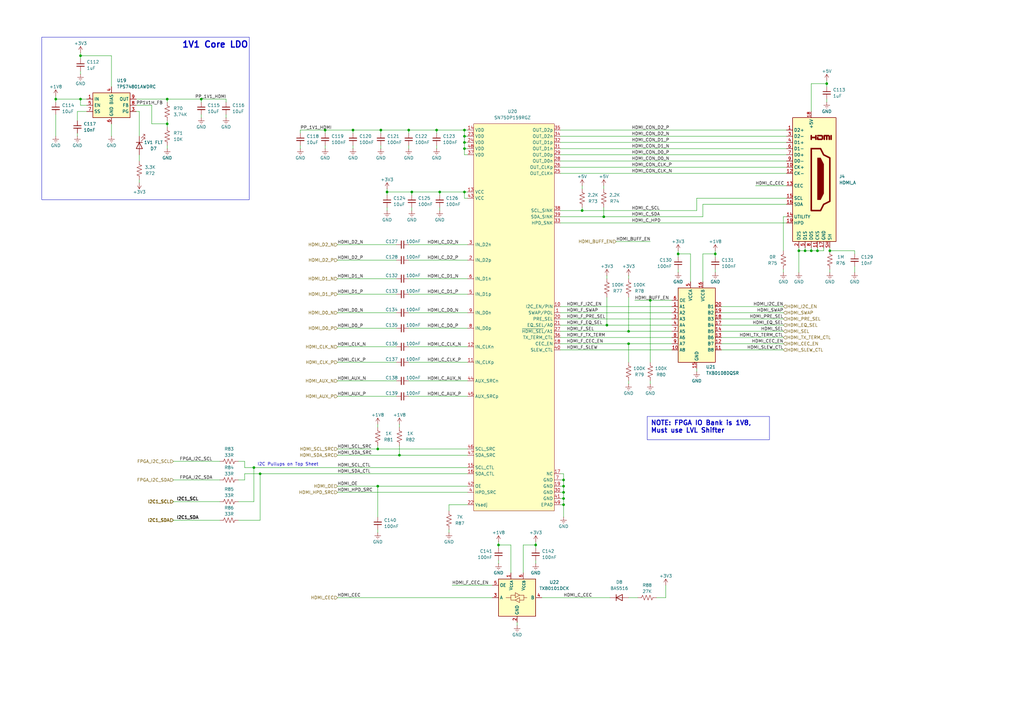
<source format=kicad_sch>
(kicad_sch (version 20231120) (generator "eeschema") (generator_version "8.0")
  (paper "A3")
  (title_block (title "HDMI Output Connector") (date "2024-07-14") (rev "1.0") (company "Drexel University") (comment 1 "Designed by John Hofmeyr"))
  (junction (at 330.2 102.87))
  (junction (at 82.55 40.64))
  (junction (at 335.28 102.87))
  (junction (at 106.68 194.31))
  (junction (at 293.37 104.14))
  (junction (at 33.02 22.86))
  (junction (at 332.74 102.87))
  (junction (at 266.7 123.19))
  (junction (at 168.91 78.74))
  (junction (at 340.36 102.87))
  (junction (at 33.02 40.64))
  (junction (at 231.14 196.85))
  (junction (at 158.75 78.74))
  (junction (at 167.64 53.34))
  (junction (at 231.14 204.47))
  (junction (at 144.78 53.34))
  (junction (at 190.5 78.74))
  (junction (at 154.94 199.39))
  (junction (at 339.09 34.29))
  (junction (at 163.83 186.69))
  (junction (at 190.5 53.34))
  (junction (at 68.58 50.8))
  (junction (at 190.5 55.88))
  (junction (at 190.5 60.96))
  (junction (at 133.35 53.34))
  (junction (at 257.81 140.97))
  (junction (at 154.94 184.15))
  (junction (at 156.21 53.34))
  (junction (at 231.14 207.01))
  (junction (at 68.58 40.64))
  (junction (at 231.14 201.93))
  (junction (at 231.14 199.39))
  (junction (at 104.14 191.77))
  (junction (at 257.81 135.89))
  (junction (at 219.71 223.52))
  (junction (at 278.13 104.14))
  (junction (at 190.5 58.42))
  (junction (at 179.07 53.34))
  (junction (at 180.34 78.74))
  (junction (at 247.65 88.9))
  (junction (at 327.66 102.87))
  (junction (at 238.76 86.36))
  (junction (at 204.47 223.52))
  (junction (at 248.92 133.35))
  (junction (at 22.86 40.64))
  (wire (pts (xy 231.14 201.93) (xy 231.14 204.47)))
  (wire (pts (xy 33.02 29.21) (xy 33.02 30.48)))
  (wire (pts (xy 204.47 222.25) (xy 204.47 223.52)))
  (wire (pts (xy 293.37 110.49) (xy 293.37 111.76)))
  (wire (pts (xy 340.36 101.6) (xy 340.36 102.87)))
  (wire (pts (xy 212.09 255.27) (xy 212.09 256.54)))
  (wire (pts (xy 229.87 130.81) (xy 275.59 130.81)))
  (wire (pts (xy 97.79 205.74) (xy 104.14 205.74)))
  (wire (pts (xy 68.58 59.69) (xy 68.58 60.96)))
  (wire (pts (xy 257.81 135.89) (xy 275.59 135.89)))
  (wire (pts (xy 33.02 43.18) (xy 33.02 40.64)))
  (wire (pts (xy 327.66 101.6) (xy 327.66 102.87)))
  (wire (pts (xy 167.64 53.34) (xy 179.07 53.34)))
  (wire (pts (xy 154.94 217.17) (xy 154.94 218.44)))
  (wire (pts (xy 133.35 54.61) (xy 133.35 53.34)))
  (wire (pts (xy 229.87 53.34) (xy 322.58 53.34)))
  (wire (pts (xy 33.02 21.59) (xy 33.02 22.86)))
  (wire (pts (xy 238.76 85.09) (xy 238.76 86.36)))
  (wire (pts (xy 33.02 40.64) (xy 35.56 40.64)))
  (wire (pts (xy 278.13 102.87) (xy 278.13 104.14)))
  (wire (pts (xy 106.68 213.36) (xy 106.68 194.31)))
  (wire (pts (xy 163.83 186.69) (xy 191.77 186.69)))
  (wire (pts (xy 138.43 106.68) (xy 162.56 106.68)))
  (wire (pts (xy 293.37 104.14) (xy 293.37 105.41)))
  (wire (pts (xy 330.2 102.87) (xy 332.74 102.87)))
  (wire (pts (xy 309.88 76.2) (xy 322.58 76.2)))
  (wire (pts (xy 229.87 88.9) (xy 247.65 88.9)))
  (wire (pts (xy 248.92 121.92) (xy 248.92 133.35)))
  (wire (pts (xy 222.25 245.11) (xy 250.19 245.11)))
  (wire (pts (xy 138.43 186.69) (xy 163.83 186.69)))
  (wire (pts (xy 278.13 105.41) (xy 278.13 104.14)))
  (wire (pts (xy 229.87 55.88) (xy 322.58 55.88)))
  (wire (pts (xy 229.87 60.96) (xy 322.58 60.96)))
  (wire (pts (xy 138.43 142.24) (xy 162.56 142.24)))
  (wire (pts (xy 45.72 50.8) (xy 45.72 55.88)))
  (wire (pts (xy 257.81 156.21) (xy 257.81 157.48)))
  (wire (pts (xy 97.79 213.36) (xy 106.68 213.36)))
  (wire (pts (xy 184.15 207.01) (xy 184.15 209.55)))
  (wire (pts (xy 190.5 60.96) (xy 191.77 60.96)))
  (wire (pts (xy 231.14 194.31) (xy 231.14 196.85)))
  (wire (pts (xy 92.71 40.64) (xy 92.71 41.91)))
  (wire (pts (xy 168.91 78.74) (xy 180.34 78.74)))
  (wire (pts (xy 266.7 123.19) (xy 266.7 148.59)))
  (wire (pts (xy 154.94 184.15) (xy 191.77 184.15)))
  (wire (pts (xy 190.5 63.5) (xy 191.77 63.5)))
  (wire (pts (xy 31.75 45.72) (xy 31.75 49.53)))
  (wire (pts (xy 57.15 55.88) (xy 57.15 45.72)))
  (wire (pts (xy 285.75 151.13) (xy 285.75 152.4)))
  (wire (pts (xy 229.87 143.51) (xy 275.59 143.51)))
  (wire (pts (xy 229.87 68.58) (xy 322.58 68.58)))
  (wire (pts (xy 100.33 196.85) (xy 100.33 194.31)))
  (wire (pts (xy 123.19 59.69) (xy 123.19 60.96)))
  (wire (pts (xy 214.63 223.52) (xy 219.71 223.52)))
  (wire (pts (xy 92.71 46.99) (xy 92.71 48.26)))
  (wire (pts (xy 154.94 199.39) (xy 154.94 212.09)))
  (wire (pts (xy 231.14 204.47) (xy 231.14 207.01)))
  (wire (pts (xy 295.91 143.51) (xy 321.31 143.51)))
  (wire (pts (xy 179.07 54.61) (xy 179.07 53.34)))
  (wire (pts (xy 335.28 102.87) (xy 337.82 102.87)))
  (wire (pts (xy 190.5 53.34) (xy 191.77 53.34)))
  (wire (pts (xy 167.64 134.62) (xy 191.77 134.62)))
  (wire (pts (xy 35.56 43.18) (xy 33.02 43.18)))
  (wire (pts (xy 229.87 71.12) (xy 322.58 71.12)))
  (wire (pts (xy 321.31 88.9) (xy 321.31 102.87)))
  (wire (pts (xy 71.12 205.74) (xy 90.17 205.74)))
  (wire (pts (xy 158.75 78.74) (xy 168.91 78.74)))
  (wire (pts (xy 231.14 196.85) (xy 229.87 196.85)))
  (wire (pts (xy 266.7 123.19) (xy 275.59 123.19)))
  (wire (pts (xy 31.75 54.61) (xy 31.75 55.88)))
  (wire (pts (xy 327.66 102.87) (xy 330.2 102.87)))
  (wire (pts (xy 288.29 104.14) (xy 293.37 104.14)))
  (wire (pts (xy 229.87 135.89) (xy 257.81 135.89)))
  (wire (pts (xy 295.91 133.35) (xy 321.31 133.35)))
  (wire (pts (xy 229.87 63.5) (xy 322.58 63.5)))
  (wire (pts (xy 247.65 85.09) (xy 247.65 88.9)))
  (wire (pts (xy 35.56 45.72) (xy 31.75 45.72)))
  (wire (pts (xy 68.58 40.64) (xy 82.55 40.64)))
  (wire (pts (xy 82.55 40.64) (xy 82.55 41.91)))
  (wire (pts (xy 138.43 100.33) (xy 162.56 100.33)))
  (wire (pts (xy 231.14 199.39) (xy 229.87 199.39)))
  (wire (pts (xy 238.76 86.36) (xy 285.75 86.36)))
  (wire (pts (xy 190.5 78.74) (xy 190.5 81.28)))
  (wire (pts (xy 179.07 53.34) (xy 190.5 53.34)))
  (wire (pts (xy 229.87 125.73) (xy 275.59 125.73)))
  (wire (pts (xy 327.66 102.87) (xy 327.66 111.76)))
  (wire (pts (xy 138.43 184.15) (xy 154.94 184.15)))
  (wire (pts (xy 138.43 134.62) (xy 162.56 134.62)))
  (wire (pts (xy 144.78 53.34) (xy 156.21 53.34)))
  (wire (pts (xy 332.74 101.6) (xy 332.74 102.87)))
  (wire (pts (xy 295.91 128.27) (xy 321.31 128.27)))
  (wire (pts (xy 138.43 162.56) (xy 162.56 162.56)))
  (wire (pts (xy 154.94 199.39) (xy 191.77 199.39)))
  (wire (pts (xy 231.14 199.39) (xy 231.14 201.93)))
  (wire (pts (xy 22.86 39.37) (xy 22.86 40.64)))
  (wire (pts (xy 204.47 223.52) (xy 209.55 223.52)))
  (wire (pts (xy 295.91 130.81) (xy 321.31 130.81)))
  (wire (pts (xy 273.05 240.03) (xy 273.05 245.11)))
  (wire (pts (xy 106.68 194.31) (xy 191.77 194.31)))
  (wire (pts (xy 156.21 59.69) (xy 156.21 60.96)))
  (wire (pts (xy 123.19 53.34) (xy 133.35 53.34)))
  (wire (pts (xy 156.21 54.61) (xy 156.21 53.34)))
  (wire (pts (xy 167.64 59.69) (xy 167.64 60.96)))
  (wire (pts (xy 138.43 128.27) (xy 162.56 128.27)))
  (wire (pts (xy 288.29 83.82) (xy 322.58 83.82)))
  (wire (pts (xy 278.13 110.49) (xy 278.13 111.76)))
  (wire (pts (xy 229.87 138.43) (xy 275.59 138.43)))
  (wire (pts (xy 163.83 173.99) (xy 163.83 175.26)))
  (wire (pts (xy 167.64 128.27) (xy 191.77 128.27)))
  (wire (pts (xy 257.81 121.92) (xy 257.81 135.89)))
  (wire (pts (xy 247.65 76.2) (xy 247.65 77.47)))
  (wire (pts (xy 229.87 91.44) (xy 322.58 91.44)))
  (wire (pts (xy 229.87 140.97) (xy 257.81 140.97)))
  (wire (pts (xy 22.86 40.64) (xy 22.86 41.91)))
  (wire (pts (xy 179.07 59.69) (xy 179.07 60.96)))
  (wire (pts (xy 190.5 60.96) (xy 190.5 63.5)))
  (wire (pts (xy 229.87 66.04) (xy 322.58 66.04)))
  (wire (pts (xy 231.14 201.93) (xy 229.87 201.93)))
  (wire (pts (xy 269.24 245.11) (xy 273.05 245.11)))
  (wire (pts (xy 257.81 140.97) (xy 275.59 140.97)))
  (wire (pts (xy 190.5 58.42) (xy 191.77 58.42)))
  (wire (pts (xy 168.91 78.74) (xy 168.91 80.01)))
  (wire (pts (xy 295.91 135.89) (xy 321.31 135.89)))
  (wire (pts (xy 209.55 223.52) (xy 209.55 234.95)))
  (wire (pts (xy 45.72 22.86) (xy 45.72 35.56)))
  (wire (pts (xy 158.75 77.47) (xy 158.75 78.74)))
  (wire (pts (xy 180.34 85.09) (xy 180.34 86.36)))
  (wire (pts (xy 248.92 113.03) (xy 248.92 114.3)))
  (wire (pts (xy 133.35 53.34) (xy 144.78 53.34)))
  (wire (pts (xy 68.58 50.8) (xy 68.58 52.07)))
  (wire (pts (xy 68.58 49.53) (xy 68.58 50.8)))
  (wire (pts (xy 185.42 240.03) (xy 201.93 240.03)))
  (wire (pts (xy 168.91 85.09) (xy 168.91 86.36)))
  (wire (pts (xy 71.12 213.36) (xy 90.17 213.36)))
  (wire (pts (xy 57.15 66.04) (xy 57.15 63.5)))
  (wire (pts (xy 22.86 46.99) (xy 22.86 55.88)))
  (wire (pts (xy 248.92 133.35) (xy 275.59 133.35)))
  (wire (pts (xy 322.58 88.9) (xy 321.31 88.9)))
  (wire (pts (xy 339.09 34.29) (xy 339.09 35.56)))
  (wire (pts (xy 285.75 81.28) (xy 322.58 81.28)))
  (wire (pts (xy 180.34 78.74) (xy 180.34 80.01)))
  (wire (pts (xy 257.81 113.03) (xy 257.81 114.3)))
  (wire (pts (xy 340.36 110.49) (xy 340.36 111.76)))
  (wire (pts (xy 231.14 194.31) (xy 229.87 194.31)))
  (wire (pts (xy 266.7 156.21) (xy 266.7 157.48)))
  (wire (pts (xy 167.64 142.24) (xy 191.77 142.24)))
  (wire (pts (xy 339.09 41.91) (xy 339.09 40.64)))
  (wire (pts (xy 62.23 43.18) (xy 62.23 50.8)))
  (wire (pts (xy 229.87 58.42) (xy 322.58 58.42)))
  (wire (pts (xy 55.88 40.64) (xy 68.58 40.64)))
  (wire (pts (xy 261.62 245.11) (xy 257.81 245.11)))
  (wire (pts (xy 158.75 85.09) (xy 158.75 86.36)))
  (wire (pts (xy 100.33 194.31) (xy 106.68 194.31)))
  (wire (pts (xy 285.75 86.36) (xy 285.75 81.28)))
  (wire (pts (xy 238.76 76.2) (xy 238.76 77.47)))
  (wire (pts (xy 138.43 148.59) (xy 162.56 148.59)))
  (wire (pts (xy 97.79 196.85) (xy 100.33 196.85)))
  (wire (pts (xy 330.2 101.6) (xy 330.2 102.87)))
  (wire (pts (xy 62.23 50.8) (xy 68.58 50.8)))
  (wire (pts (xy 57.15 73.66) (xy 57.15 74.93)))
  (wire (pts (xy 82.55 46.99) (xy 82.55 48.26)))
  (wire (pts (xy 100.33 191.77) (xy 104.14 191.77)))
  (wire (pts (xy 191.77 207.01) (xy 184.15 207.01)))
  (wire (pts (xy 167.64 54.61) (xy 167.64 53.34)))
  (wire (pts (xy 252.73 99.06) (xy 266.7 99.06)))
  (wire (pts (xy 190.5 55.88) (xy 191.77 55.88)))
  (wire (pts (xy 332.74 34.29) (xy 339.09 34.29)))
  (wire (pts (xy 138.43 156.21) (xy 162.56 156.21)))
  (wire (pts (xy 295.91 138.43) (xy 321.31 138.43)))
  (wire (pts (xy 278.13 104.14) (xy 283.21 104.14)))
  (wire (pts (xy 138.43 120.65) (xy 162.56 120.65)))
  (wire (pts (xy 257.81 140.97) (xy 257.81 148.59)))
  (wire (pts (xy 335.28 101.6) (xy 335.28 102.87)))
  (wire (pts (xy 260.35 123.19) (xy 266.7 123.19)))
  (wire (pts (xy 321.31 110.49) (xy 321.31 111.76)))
  (wire (pts (xy 55.88 43.18) (xy 62.23 43.18)))
  (wire (pts (xy 68.58 40.64) (xy 68.58 41.91)))
  (wire (pts (xy 167.64 120.65) (xy 191.77 120.65)))
  (wire (pts (xy 144.78 59.69) (xy 144.78 60.96)))
  (wire (pts (xy 190.5 81.28) (xy 191.77 81.28)))
  (wire (pts (xy 184.15 217.17) (xy 184.15 218.44)))
  (wire (pts (xy 138.43 199.39) (xy 154.94 199.39)))
  (wire (pts (xy 154.94 182.88) (xy 154.94 184.15)))
  (wire (pts (xy 104.14 205.74) (xy 104.14 191.77)))
  (wire (pts (xy 231.14 204.47) (xy 229.87 204.47)))
  (wire (pts (xy 163.83 182.88) (xy 163.83 186.69)))
  (wire (pts (xy 332.74 102.87) (xy 335.28 102.87)))
  (wire (pts (xy 158.75 78.74) (xy 158.75 80.01)))
  (wire (pts (xy 22.86 40.64) (xy 33.02 40.64)))
  (wire (pts (xy 283.21 104.14) (xy 283.21 115.57)))
  (wire (pts (xy 104.14 191.77) (xy 191.77 191.77)))
  (wire (pts (xy 332.74 45.72) (xy 332.74 34.29)))
  (wire (pts (xy 144.78 54.61) (xy 144.78 53.34)))
  (wire (pts (xy 190.5 78.74) (xy 191.77 78.74)))
  (wire (pts (xy 204.47 229.87) (xy 204.47 231.14)))
  (wire (pts (xy 82.55 40.64) (xy 92.71 40.64)))
  (wire (pts (xy 190.5 55.88) (xy 190.5 58.42)))
  (wire (pts (xy 219.71 223.52) (xy 219.71 224.79)))
  (wire (pts (xy 100.33 189.23) (xy 100.33 191.77)))
  (wire (pts (xy 190.5 58.42) (xy 190.5 60.96)))
  (wire (pts (xy 288.29 88.9) (xy 288.29 83.82)))
  (wire (pts (xy 167.64 100.33) (xy 191.77 100.33)))
  (wire (pts (xy 295.91 140.97) (xy 321.31 140.97)))
  (wire (pts (xy 138.43 245.11) (xy 201.93 245.11)))
  (wire (pts (xy 229.87 86.36) (xy 238.76 86.36)))
  (wire (pts (xy 57.15 45.72) (xy 55.88 45.72)))
  (wire (pts (xy 231.14 196.85) (xy 231.14 199.39)))
  (wire (pts (xy 350.52 109.22) (xy 350.52 111.76)))
  (wire (pts (xy 123.19 54.61) (xy 123.19 53.34)))
  (wire (pts (xy 339.09 33.02) (xy 339.09 34.29)))
  (wire (pts (xy 138.43 114.3) (xy 162.56 114.3)))
  (wire (pts (xy 288.29 115.57) (xy 288.29 104.14)))
  (wire (pts (xy 219.71 222.25) (xy 219.71 223.52)))
  (wire (pts (xy 167.64 156.21) (xy 191.77 156.21)))
  (wire (pts (xy 167.64 106.68) (xy 191.77 106.68)))
  (wire (pts (xy 231.14 207.01) (xy 231.14 212.09)))
  (wire (pts (xy 167.64 114.3) (xy 191.77 114.3)))
  (wire (pts (xy 71.12 189.23) (xy 90.17 189.23)))
  (wire (pts (xy 97.79 189.23) (xy 100.33 189.23)))
  (wire (pts (xy 180.34 78.74) (xy 190.5 78.74)))
  (wire (pts (xy 154.94 173.99) (xy 154.94 175.26)))
  (wire (pts (xy 295.91 125.73) (xy 321.31 125.73)))
  (wire (pts (xy 293.37 102.87) (xy 293.37 104.14)))
  (wire (pts (xy 229.87 128.27) (xy 275.59 128.27)))
  (wire (pts (xy 33.02 22.86) (xy 45.72 22.86)))
  (wire (pts (xy 219.71 229.87) (xy 219.71 231.14)))
  (wire (pts (xy 337.82 101.6) (xy 337.82 102.87)))
  (wire (pts (xy 71.12 196.85) (xy 90.17 196.85)))
  (wire (pts (xy 204.47 224.79) (xy 204.47 223.52)))
  (wire (pts (xy 133.35 59.69) (xy 133.35 60.96)))
  (wire (pts (xy 33.02 22.86) (xy 33.02 24.13)))
  (wire (pts (xy 231.14 207.01) (xy 229.87 207.01)))
  (wire (pts (xy 350.52 104.14) (xy 350.52 102.87)))
  (wire (pts (xy 214.63 234.95) (xy 214.63 223.52)))
  (wire (pts (xy 247.65 88.9) (xy 288.29 88.9)))
  (wire (pts (xy 167.64 148.59) (xy 191.77 148.59)))
  (wire (pts (xy 138.43 201.93) (xy 191.77 201.93)))
  (wire (pts (xy 156.21 53.34) (xy 167.64 53.34)))
  (wire (pts (xy 190.5 53.34) (xy 190.5 55.88)))
  (wire (pts (xy 350.52 102.87) (xy 340.36 102.87)))
  (wire (pts (xy 229.87 133.35) (xy 248.92 133.35)))
  (wire (pts (xy 167.64 162.56) (xy 191.77 162.56)))
  (rectangle (start 17.145 15.24) (end 102.235 81.915))
  (text_box "NOTE: FPGA IO Bank is 1V8, Must use LVL Shifter" (at 265.43 170.815 0) (size 50.165 9.525) (effects (font (size 1.905 1.905) (bold yes)) (justify left top)))
  (text "1V1 Core LDO" (at 88.265 18.415 0) (effects (font (size 2.54 2.54) (thickness 0.508) (bold yes))))
  (text "I2C Pullups on Top Sheet" (at 118.11 190.5 0) (effects (font (size 1.27 1.27))))
  (label "HDMI_CON_D1_P" (at 259.08 58.42 0))
  (label "HDMI_SCL_SRC" (at 138.43 184.15 0))
  (label "HDMI_F_PRE_SEL" (at 232.41 130.81 0))
  (label "HDMI_CON_D0_P" (at 259.08 63.5 0))
  (label "HDMI_PRE_SEL" (at 321.31 130.81 180))
  (label "HDMI_C_AUX_P" (at 175.26 162.56 0))
  (label "FPGA_I2C_SCL" (at 73.66 189.23 0))
  (label "HDMI_SCL_CTL" (at 138.43 191.77 0))
  (label "HDMI_BUFF_EN" (at 260.35 123.19 0))
  (label "HDMI_TX_TERM_CTL" (at 321.31 138.43 180))
  (label "HDMI_C_CLK_P" (at 175.26 148.59 0))
  (label "HDMI_CEC_EN" (at 321.31 140.97 180))
  (label "PP_1V1_HDMI" (at 80.01 40.64 0))
  (label "HDMI_CLK_P" (at 138.43 148.59 0))
  (label "HDMI_F_SEL" (at 232.41 135.89 0))
  (label "HDMI_C_SDA" (at 259.08 88.9 0))
  (label "HDMI_C_CEC" (at 231.14 245.11 0))
  (label "HDMI_SDA_SRC" (at 138.43 186.69 0))
  (label "HDMI_F_CEC_EN" (at 185.42 240.03 0))
  (label "HDMI_F_SWAP" (at 232.41 128.27 0))
  (label "HDMI_AUX_N" (at 138.43 156.21 0))
  (label "HDMI_D1_P" (at 138.43 120.65 0))
  (label "HDMI_OE" (at 138.43 199.39 0))
  (label "HDMI_AUX_P" (at 138.43 162.56 0))
  (label "HDMI_F_I2C_EN" (at 232.41 125.73 0))
  (label "HDMI_D0_N" (at 138.43 128.27 0))
  (label "PP_1V1_HDMI" (at 123.19 53.34 0))
  (label "HDMI_SWAP" (at 321.31 128.27 180))
  (label "PP1V1H_FB" (at 55.88 43.18 0))
  (label "HDMI_SLEW_CTL" (at 321.31 143.51 180))
  (label "HDMI_HPD_SRC" (at 138.43 201.93 0))
  (label "HDMI_BUFF_EN" (at 252.73 99.06 0))
  (label "HDMI_CLK_N" (at 138.43 142.24 0))
  (label "FPGA_I2C_SDA" (at 73.66 196.85 0))
  (label "HDMI_D0_P" (at 138.43 134.62 0))
  (label "HDMI_C_D2_N" (at 175.26 100.33 0))
  (label "HDMI_D1_N" (at 138.43 114.3 0))
  (label "HDMI_CON_D0_N" (at 259.08 66.04 0))
  (label "HDMI_CON_D1_N" (at 259.08 60.96 0))
  (label "HDMI_F_CEC_EN" (at 232.41 140.97 0))
  (label "HDMI_F_SLEW" (at 232.41 143.51 0))
  (label "HDMI_CON_D2_P" (at 259.08 53.34 0))
  (label "I2C1_SDA" (at 72.39 213.36 0) (effects (font (bold yes))))
  (label "HDMI_C_HPD" (at 259.08 91.44 0))
  (label "HDMI_SEL" (at 321.31 135.89 180))
  (label "HDMI_EQ_SEL" (at 321.31 133.35 180))
  (label "HDMI_CON_CLK_P" (at 259.08 68.58 0))
  (label "HDMI_C_D1_N" (at 175.26 114.3 0))
  (label "HDMI_D2_N" (at 138.43 100.33 0))
  (label "HDMI_C_CEC" (at 309.88 76.2 0))
  (label "HDMI_CON_D2_N" (at 259.08 55.88 0))
  (label "HDMI_F_TX_TERM" (at 232.41 138.43 0))
  (label "HDMI_I2C_EN" (at 321.31 125.73 180))
  (label "HDMI_CEC" (at 138.43 245.11 0))
  (label "HDMI_C_SCL" (at 259.08 86.36 0))
  (label "HDMI_C_D2_P" (at 175.26 106.68 0))
  (label "HDMI_C_D0_N" (at 175.26 128.27 0))
  (label "HDMI_SDA_CTL" (at 138.43 194.31 0))
  (label "HDMI_C_D1_P" (at 175.26 120.65 0))
  (label "HDMI_CON_CLK_N" (at 259.08 71.12 0))
  (label "HDMI_D2_P" (at 138.43 106.68 0))
  (label "HDMI_F_EQ_SEL" (at 232.41 133.35 0))
  (label "HDMI_C_AUX_N" (at 175.26 156.21 0))
  (label "I2C1_SCL" (at 72.39 205.74 0) (effects (font (bold yes))))
  (label "HDMI_C_D0_P" (at 175.26 134.62 0))
  (label "HDMI_C_CLK_N" (at 175.26 142.24 0))
  (hierarchical_label "HDMI_SDA_SRC" (shape input) (at 138.43 186.69 180))
  (hierarchical_label "HDMI_OE" (shape input) (at 138.43 199.39 180))
  (hierarchical_label "HDMI_AUX_P" (shape input) (at 138.43 162.56 180))
  (hierarchical_label "HDMI_CLK_N" (shape input) (at 138.43 142.24 180))
  (hierarchical_label "HDMI_AUX_N" (shape input) (at 138.43 156.21 180))
  (hierarchical_label "HDMI_SEL" (shape input) (at 321.31 135.89 0))
  (hierarchical_label "HDMI_CLK_P" (shape input) (at 138.43 148.59 180))
  (hierarchical_label "HDMI_HPD_SRC" (shape input) (at 138.43 201.93 180))
  (hierarchical_label "HDMI_D1_P" (shape input) (at 138.43 120.65 180))
  (hierarchical_label "HDMI_D0_N" (shape input) (at 138.43 128.27 180))
  (hierarchical_label "HDMI_D1_N" (shape input) (at 138.43 114.3 180))
  (hierarchical_label "HDMI_SCL_SRC" (shape input) (at 138.43 184.15 180))
  (hierarchical_label "HDMI_BUFF_EN" (shape input) (at 252.73 99.06 180))
  (hierarchical_label "HDMI_D2_N" (shape input) (at 138.43 100.33 180))
  (hierarchical_label "I2C1_SDA" (shape input) (at 71.12 213.36 180) (effects (font (bold yes))))
  (hierarchical_label "HDMI_D0_P" (shape input) (at 138.43 134.62 180))
  (hierarchical_label "HDMI_EQ_SEL" (shape input) (at 321.31 133.35 0))
  (hierarchical_label "HDMI_CEC_EN" (shape input) (at 321.31 140.97 0))
  (hierarchical_label "HDMI_CEC" (shape input) (at 138.43 245.11 180))
  (hierarchical_label "HDMI_D2_P" (shape input) (at 138.43 106.68 180))
  (hierarchical_label "I2C1_SCL" (shape input) (at 71.12 205.74 180) (effects (font (bold yes))))
  (hierarchical_label "HDMI_SWAP" (shape input) (at 321.31 128.27 0))
  (hierarchical_label "FPGA_I2C_SDA" (shape input) (at 71.12 196.85 180))
  (hierarchical_label "HDMI_SLEW_CTL" (shape input) (at 321.31 143.51 0))
  (hierarchical_label "HDMI_PRE_SEL" (shape input) (at 321.31 130.81 0))
  (hierarchical_label "HDMI_I2C_EN" (shape input) (at 321.31 125.73 0))
  (hierarchical_label "FPGA_I2C_SCL" (shape input) (at 71.12 189.23 180))
  (hierarchical_label "HDMI_TX_TERM_CTL" (shape input) (at 321.31 138.43 0))
  (symbol (lib_id "Device:C_Small") (at 165.1 134.62 270) (unit 1)
    (property "Reference" "C135" (at 160.655 133.35 90))
    (property "Value" "100nF" (at 169.545 133.35 90))
    (property "Footprint" "Capacitor_SMD:C_0201_0603Metric" (effects (hide yes)))
    (property "Description" "Unpolarized capacitor, small symbol" (effects (hide yes)))
  )
  (symbol (lib_id "power:GND") (at 257.81 157.48 0) (unit 1)
    (property "Reference" "#PWR0244" (effects (hide yes)))
    (property "Value" "GND" (at 257.81 161.29 0))
    (property "Description" "Power symbol creates a global label with name \"GND\" , ground" (effects (hide yes)))
  )
  (symbol (lib_id "Device:C_Small") (at 165.1 128.27 270) (unit 1)
    (property "Reference" "C134" (at 160.655 127 90))
    (property "Value" "100nF" (at 169.545 127 90))
    (property "Footprint" "Capacitor_SMD:C_0201_0603Metric" (effects (hide yes)))
    (property "Description" "Unpolarized capacitor, small symbol" (effects (hide yes)))
  )
  (symbol (lib_id "Device:C_Small") (at 165.1 106.68 270) (unit 1)
    (property "Reference" "C128" (at 160.655 105.41 90))
    (property "Value" "100nF" (at 169.545 105.41 90))
    (property "Footprint" "Capacitor_SMD:C_0201_0603Metric" (effects (hide yes)))
    (property "Description" "Unpolarized capacitor, small symbol" (effects (hide yes)))
  )
  (symbol (lib_id "Device:R_US") (at 257.81 152.4 180) (unit 1)
    (property "Reference" "R79" (at 262.255 153.67 0))
    (property "Value" "100K" (at 262.255 151.13 0))
    (property "Footprint" "Resistor_SMD:R_0201_0603Metric" (effects (hide yes)))
    (property "Description" "Resistor, US symbol" (effects (hide yes)))
  )
  (symbol (lib_id "Device:C_Small") (at 165.1 114.3 270) (unit 1)
    (property "Reference" "C132" (at 160.655 113.03 90))
    (property "Value" "100nF" (at 169.545 113.03 90))
    (property "Footprint" "Capacitor_SMD:C_0201_0603Metric" (effects (hide yes)))
    (property "Description" "Unpolarized capacitor, small symbol" (effects (hide yes)))
  )
  (symbol (lib_id "Device:C_Small") (at 180.34 82.55 180) (unit 1)
    (property "Reference" "C126" (at 182.88 81.2735 0) (effects (justify right)))
    (property "Value" "100nF" (at 182.88 83.8135 0) (effects (justify right)))
    (property "Footprint" "Capacitor_SMD:C_0201_0603Metric" (effects (hide yes)))
    (property "Description" "Unpolarized capacitor, small symbol" (effects (hide yes)))
  )
  (symbol (lib_id "power:+1V8") (at 154.94 173.99 0) (unit 1)
    (property "Reference" "#PWR0246" (effects (hide yes)))
    (property "Value" "+1V8" (at 154.94 170.18 0))
    (property "Description" "Power symbol creates a global label with name \"+1V8\"" (effects (hide yes)))
  )
  (symbol (lib_id "IO_Module:SN75DP159") (at 194.31 53.34 0) (unit 1)
    (property "Reference" "U20" (at 210.185 45.72 0))
    (property "Value" "SN75DP159RGZ" (at 210.185 48.26 0))
    (property "Footprint" "Package_DFN_QFN:QFN-48-1EP_7x7mm_P0.5mm_EP5.1x5.1mm" (effects (hide yes)))
    (property "Datasheet" "https://www.ti.com/lit/ds/symlink/sn75dp159.pdf?ts=1721075788427&ref_url=https%253A%252F%252Fwww.ti.com%252Fproduct%252Fde-de%252FSN75DP159%253Fbm-verify%253DAAQAAAAJ_____zCXK5Zb-vCsO0Zzhc5WoqNTtyyn4a0KXuVEfWwssTNe1buxfS8Z_EvuX1SbIJLV187sWqzc77ZaD0TXLLr2LG0tUro6ksZb7LJv531g9fKMFlIi6_UlRs7K5fZFL7iaq0sFLvJi4AVmSDPfyffue9dD-_Hv_w3_OgxGJOtnMMTvuuwauNeSAgNnjT0pJhNR3wd7qfv6jPDAnTD7u6Fbf7z8uFXp8Eha_HLRuGbP6fzyQRylSuqacG_-EkI53DUyW-hypngzeB8HiF7rWVTg3QhHFK4P73KybWHn15LfCbNOL2lbwqED5YOroHDS" (effects (hide yes)))
  )
  (symbol (lib_id "Device:C_Small") (at 144.78 57.15 180) (unit 1)
    (property "Reference" "C120" (at 147.32 55.8735 0) (effects (justify right)))
    (property "Value" "100nF" (at 147.32 58.4135 0) (effects (justify right)))
    (property "Footprint" "Capacitor_SMD:C_0201_0603Metric" (effects (hide yes)))
    (property "Description" "Unpolarized capacitor, small symbol" (effects (hide yes)))
  )
  (symbol (lib_id "power:GND") (at 68.58 60.96 0) (unit 1)
    (property "Reference" "#PWR0219" (effects (hide yes)))
    (property "Value" "GND" (at 68.58 64.77 0))
    (property "Description" "Power symbol creates a global label with name \"GND\" , ground" (effects (hide yes)))
  )
  (symbol (lib_id "power:GND") (at 339.09 41.91 0) (unit 1)
    (property "Reference" "#PWR0213" (effects (hide yes)))
    (property "Value" "GND" (at 339.09 45.72 0))
    (property "Description" "Power symbol creates a global label with name \"GND\" , ground" (effects (hide yes)))
  )
  (symbol (lib_id "power:+5V") (at 339.09 33.02 0) (unit 1)
    (property "Reference" "#PWR0211" (effects (hide yes)))
    (property "Value" "+5V" (at 339.09 29.21 0))
    (property "Description" "Power symbol creates a global label with name \"+5V\"" (effects (hide yes)))
  )
  (symbol (lib_id "power:GND") (at 158.75 86.36 0) (unit 1)
    (property "Reference" "#PWR0230" (effects (hide yes)))
    (property "Value" "GND" (at 158.75 90.17 0))
    (property "Description" "Power symbol creates a global label with name \"GND\" , ground" (effects (hide yes)))
  )
  (symbol (lib_id "power:GND") (at 350.52 111.76 0) (unit 1)
    (property "Reference" "#PWR0240" (effects (hide yes)))
    (property "Value" "GND" (at 350.52 115.57 0))
    (property "Description" "Power symbol creates a global label with name \"GND\" , ground" (effects (hide yes)))
  )
  (symbol (lib_id "power:GND") (at 31.75 55.88 0) (unit 1)
    (property "Reference" "#PWR0217" (effects (hide yes)))
    (property "Value" "GND" (at 31.75 59.69 0))
    (property "Description" "Power symbol creates a global label with name \"GND\" , ground" (effects (hide yes)))
  )
  (symbol (lib_id "Device:R_US") (at 163.83 179.07 180) (unit 1)
    (property "Reference" "R82" (at 168.275 180.34 0))
    (property "Value" "1K" (at 168.275 177.8 0))
    (property "Footprint" "Resistor_SMD:R_0201_0603Metric" (effects (hide yes)))
    (property "Description" "Resistor, US symbol" (effects (hide yes)))
  )
  (symbol (lib_id "power:GND") (at 92.71 48.26 0) (unit 1)
    (property "Reference" "#PWR0215" (effects (hide yes)))
    (property "Value" "GND" (at 92.71 52.07 0))
    (property "Description" "Power symbol creates a global label with name \"GND\" , ground" (effects (hide yes)))
  )
  (symbol (lib_id "Logic_LevelTranslator:TXB0108DQSR") (at 285.75 133.35 0) (unit 1)
    (property "Reference" "U21" (at 289.56 150.495 0) (effects (justify left)))
    (property "Value" "TXB0108DQSR" (at 289.56 153.035 0) (effects (justify left)))
    (property "Footprint" "Package_SON:USON-20_2x4mm_P0.4mm" (effects (hide yes)))
    (property "Datasheet" "http://www.ti.com/lit/ds/symlink/txb0108.pdf" (effects (hide yes)))
    (property "Description" "8-bit bidirectional voltage level translator with auto-direction sensing USON package" (effects (hide yes)))
  )
  (symbol (lib_id "power:GND") (at 82.55 48.26 0) (unit 1)
    (property "Reference" "#PWR0214" (effects (hide yes)))
    (property "Value" "GND" (at 82.55 52.07 0))
    (property "Description" "Power symbol creates a global label with name \"GND\" , ground" (effects (hide yes)))
  )
  (symbol (lib_id "Device:C_Small") (at 278.13 107.95 0) (mirror x) (unit 1)
    (property "Reference" "C130" (at 275.59 106.6735 0) (effects (justify right)))
    (property "Value" "100nF" (at 275.59 109.2135 0) (effects (justify right)))
    (property "Footprint" "Capacitor_SMD:C_0201_0603Metric" (effects (hide yes)))
    (property "Description" "Unpolarized capacitor, small symbol" (effects (hide yes)))
  )
  (symbol (lib_id "Device:R_US") (at 247.65 81.28 180) (unit 1)
    (property "Reference" "R74" (at 252.095 82.55 0))
    (property "Value" "2.2K" (at 252.095 80.01 0))
    (property "Footprint" "Resistor_SMD:R_0201_0603Metric" (effects (hide yes)))
    (property "Description" "Resistor, US symbol" (effects (hide yes)))
  )
  (symbol (lib_id "power:+3V3") (at 248.92 113.03 0) (unit 1)
    (property "Reference" "#PWR0241" (effects (hide yes)))
    (property "Value" "+3V3" (at 248.92 109.22 0))
    (property "Description" "Power symbol creates a global label with name \"+3V3\"" (effects (hide yes)))
  )
  (symbol (lib_id "Device:C_Small") (at 156.21 57.15 180) (unit 1)
    (property "Reference" "C121" (at 158.75 55.8735 0) (effects (justify right)))
    (property "Value" "100nF" (at 158.75 58.4135 0) (effects (justify right)))
    (property "Footprint" "Capacitor_SMD:C_0201_0603Metric" (effects (hide yes)))
    (property "Description" "Unpolarized capacitor, small symbol" (effects (hide yes)))
  )
  (symbol (lib_id "power:GND") (at 156.21 60.96 0) (unit 1)
    (property "Reference" "#PWR0223" (effects (hide yes)))
    (property "Value" "GND" (at 156.21 64.77 0))
    (property "Description" "Power symbol creates a global label with name \"GND\" , ground" (effects (hide yes)))
  )
  (symbol (lib_id "power:GND") (at 33.02 30.48 0) (unit 1)
    (property "Reference" "#PWR0210" (effects (hide yes)))
    (property "Value" "GND" (at 33.02 34.29 0))
    (property "Description" "Power symbol creates a global label with name \"GND\" , ground" (effects (hide yes)))
  )
  (symbol (lib_id "Device:R_US") (at 93.98 205.74 270) (unit 1)
    (property "Reference" "R85" (at 93.98 200.66 90))
    (property "Value" "33R" (at 93.98 203.2 90))
    (property "Footprint" "Resistor_SMD:R_0201_0603Metric" (effects (hide yes)))
    (property "Description" "Resistor, US symbol" (effects (hide yes)))
  )
  (symbol (lib_id "power:+3V3") (at 278.13 102.87 0) (unit 1)
    (property "Reference" "#PWR0233" (effects (hide yes)))
    (property "Value" "+3V3" (at 278.13 99.06 0))
    (property "Description" "Power symbol creates a global label with name \"+3V3\"" (effects (hide yes)))
  )
  (symbol (lib_id "Device:R_US") (at 340.36 106.68 180) (unit 1)
    (property "Reference" "R76" (at 344.805 107.95 0))
    (property "Value" "1M" (at 344.805 105.41 0))
    (property "Footprint" "Resistor_SMD:R_0201_0603Metric" (effects (hide yes)))
    (property "Description" "Resistor, US symbol" (effects (hide yes)))
  )
  (symbol (lib_id "power:GND") (at 231.14 212.09 0) (unit 1)
    (property "Reference" "#PWR0248" (effects (hide yes)))
    (property "Value" "GND" (at 231.14 215.9 0))
    (property "Description" "Power symbol creates a global label with name \"GND\" , ground" (effects (hide yes)))
  )
  (symbol (lib_id "power:GND") (at 212.09 256.54 0) (unit 1)
    (property "Reference" "#PWR0256" (effects (hide yes)))
    (property "Value" "GND" (at 212.09 260.35 0))
    (property "Description" "Power symbol creates a global label with name \"GND\" , ground" (effects (hide yes)))
  )
  (symbol (lib_id "power:GND") (at 144.78 60.96 0) (unit 1)
    (property "Reference" "#PWR0222" (effects (hide yes)))
    (property "Value" "GND" (at 144.78 64.77 0))
    (property "Description" "Power symbol creates a global label with name \"GND\" , ground" (effects (hide yes)))
  )
  (symbol (lib_id "power:+1V8") (at 163.83 173.99 0) (unit 1)
    (property "Reference" "#PWR0247" (effects (hide yes)))
    (property "Value" "+1V8" (at 163.83 170.18 0))
    (property "Description" "Power symbol creates a global label with name \"+1V8\"" (effects (hide yes)))
  )
  (symbol (lib_id "power:GND") (at 133.35 60.96 0) (unit 1)
    (property "Reference" "#PWR0221" (effects (hide yes)))
    (property "Value" "GND" (at 133.35 64.77 0))
    (property "Description" "Power symbol creates a global label with name \"GND\" , ground" (effects (hide yes)))
  )
  (symbol (lib_id "power:GND") (at 266.7 157.48 0) (unit 1)
    (property "Reference" "#PWR088" (effects (hide yes)))
    (property "Value" "GND" (at 266.7 161.29 0))
    (property "Description" "Power symbol creates a global label with name \"GND\" , ground" (effects (hide yes)))
  )
  (symbol (lib_id "power:GND") (at 167.64 60.96 0) (unit 1)
    (property "Reference" "#PWR0224" (effects (hide yes)))
    (property "Value" "GND" (at 167.64 64.77 0))
    (property "Description" "Power symbol creates a global label with name \"GND\" , ground" (effects (hide yes)))
  )
  (symbol (lib_id "Device:C_Small") (at 204.47 227.33 0) (mirror x) (unit 1)
    (property "Reference" "C141" (at 201.93 226.0535 0) (effects (justify right)))
    (property "Value" "100nF" (at 201.93 228.5935 0) (effects (justify right)))
    (property "Footprint" "Capacitor_SMD:C_0201_0603Metric" (effects (hide yes)))
    (property "Description" "Unpolarized capacitor, small symbol" (effects (hide yes)))
  )
  (symbol (lib_id "Device:C_Small") (at 165.1 162.56 270) (unit 1)
    (property "Reference" "C139" (at 160.655 161.29 90))
    (property "Value" "100nF" (at 169.545 161.29 90))
    (property "Footprint" "Capacitor_SMD:C_0201_0603Metric" (effects (hide yes)))
    (property "Description" "Unpolarized capacitor, small symbol" (effects (hide yes)))
  )
  (symbol (lib_id "power:GND") (at 184.15 218.44 0) (unit 1)
    (property "Reference" "#PWR0250" (effects (hide yes)))
    (property "Value" "GND" (at 184.15 222.25 0))
    (property "Description" "Power symbol creates a global label with name \"GND\" , ground" (effects (hide yes)))
  )
  (symbol (lib_id "Device:C_Small") (at 154.94 214.63 180) (unit 1)
    (property "Reference" "C140" (at 157.48 213.3535 0) (effects (justify right)))
    (property "Value" "100nF" (at 157.48 215.8935 0) (effects (justify right)))
    (property "Footprint" "Capacitor_SMD:C_0201_0603Metric" (effects (hide yes)))
    (property "Description" "Unpolarized capacitor, small symbol" (effects (hide yes)))
  )
  (symbol (lib_id "power:GND") (at 219.71 231.14 0) (unit 1)
    (property "Reference" "#PWR0254" (effects (hide yes)))
    (property "Value" "GND" (at 219.71 234.95 0))
    (property "Description" "Power symbol creates a global label with name \"GND\" , ground" (effects (hide yes)))
  )
  (symbol (lib_id "power:GND") (at 22.86 55.88 0) (unit 1)
    (property "Reference" "#PWR0216" (effects (hide yes)))
    (property "Value" "GND" (at 22.86 59.69 0))
    (property "Description" "Power symbol creates a global label with name \"GND\" , ground" (effects (hide yes)))
  )
  (symbol (lib_id "power:GND") (at 285.75 152.4 0) (unit 1)
    (property "Reference" "#PWR0243" (effects (hide yes)))
    (property "Value" "GND" (at 285.75 156.21 0))
    (property "Description" "Power symbol creates a global label with name \"GND\" , ground" (effects (hide yes)))
  )
  (symbol (lib_id "Device:R_US") (at 238.76 81.28 180) (unit 1)
    (property "Reference" "R73" (at 243.205 82.55 0))
    (property "Value" "2.2K" (at 243.205 80.01 0))
    (property "Footprint" "Resistor_SMD:R_0201_0603Metric" (effects (hide yes)))
    (property "Description" "Resistor, US symbol" (effects (hide yes)))
  )
  (symbol (lib_id "Device:R_US") (at 184.15 213.36 180) (unit 1)
    (property "Reference" "R87" (at 188.595 214.63 0))
    (property "Value" "7K" (at 188.595 212.09 0))
    (property "Footprint" "Resistor_SMD:R_0201_0603Metric" (effects (hide yes)))
    (property "Description" "Resistor, US symbol" (effects (hide yes)))
  )
  (symbol (lib_id "Device:R_US") (at 57.15 69.85 180) (unit 1)
    (property "Reference" "R72" (at 61.595 71.12 0))
    (property "Value" "3.3K" (at 61.595 68.58 0))
    (property "Footprint" "Resistor_SMD:R_0201_0603Metric" (effects (hide yes)))
    (property "Description" "Resistor, US symbol" (effects (hide yes)))
  )
  (symbol (lib_id "power:GND") (at 340.36 111.76 0) (unit 1)
    (property "Reference" "#PWR0239" (effects (hide yes)))
    (property "Value" "GND" (at 340.36 115.57 0))
    (property "Description" "Power symbol creates a global label with name \"GND\" , ground" (effects (hide yes)))
  )
  (symbol (lib_id "Device:R_US") (at 248.92 118.11 180) (unit 1)
    (property "Reference" "R77" (at 253.365 119.38 0))
    (property "Value" "100K" (at 253.365 116.84 0))
    (property "Footprint" "Resistor_SMD:R_0201_0603Metric" (effects (hide yes)))
    (property "Description" "Resistor, US symbol" (effects (hide yes)))
  )
  (symbol (lib_id "power:GND") (at 204.47 231.14 0) (mirror y) (unit 1)
    (property "Reference" "#PWR0253" (effects (hide yes)))
    (property "Value" "GND" (at 204.47 234.95 0))
    (property "Description" "Power symbol creates a global label with name \"GND\" , ground" (effects (hide yes)))
  )
  (symbol (lib_id "Device:LED") (at 57.15 59.69 90) (mirror x) (unit 1)
    (property "Reference" "D7" (at 61.595 60.96 90) (effects (justify right)))
    (property "Value" "1V1 FLT" (at 59.055 58.42 90) (effects (justify right)))
    (property "Footprint" "LED_SMD:LED_0603_1608Metric" (effects (hide yes)))
    (property "Description" "Light emitting diode" (effects (hide yes)))
  )
  (symbol (lib_id "Device:R_US") (at 257.81 118.11 180) (unit 1)
    (property "Reference" "R78" (at 262.255 119.38 0))
    (property "Value" "100K" (at 262.255 116.84 0))
    (property "Footprint" "Resistor_SMD:R_0201_0603Metric" (effects (hide yes)))
    (property "Description" "Resistor, US symbol" (effects (hide yes)))
  )
  (symbol (lib_id "Device:R_US") (at 265.43 245.11 270) (unit 1)
    (property "Reference" "R88" (at 265.43 240.03 90))
    (property "Value" "27K" (at 265.43 242.57 90))
    (property "Footprint" "Resistor_SMD:R_0201_0603Metric" (effects (hide yes)))
    (property "Description" "Resistor, US symbol" (effects (hide yes)))
  )
  (symbol (lib_id "Device:C_Small") (at 293.37 107.95 180) (unit 1)
    (property "Reference" "C131" (at 295.91 106.6735 0) (effects (justify right)))
    (property "Value" "100nF" (at 295.91 109.2135 0) (effects (justify right)))
    (property "Footprint" "Capacitor_SMD:C_0201_0603Metric" (effects (hide yes)))
    (property "Description" "Unpolarized capacitor, small symbol" (effects (hide yes)))
  )
  (symbol (lib_id "Logic_LevelTranslator:TXB0101DCK") (at 212.09 245.11 0) (unit 1)
    (property "Reference" "U22" (at 227.33 238.7914 0))
    (property "Value" "TXB0101DCK" (at 227.33 241.3314 0))
    (property "Footprint" "Package_TO_SOT_SMD:SOT-363_SC-70-6" (effects (hide yes)))
    (property "Datasheet" "http://www.ti.com/lit/ds/symlink/txb0101.pdf" (effects (hide yes)))
    (property "Description" "1-Bit Bidirectional Voltage-Level Translator in TSSOP Package With Auto Direction Sensing and ±15-kV ESD Protection, SC-70-6" (effects (hide yes)))
  )
  (symbol (lib_id "Regulator_Linear:TPS74801AWDRC") (at 45.72 43.18 0) (unit 1)
    (property "Reference" "U19" (at 47.9141 33.02 0) (effects (justify left)))
    (property "Value" "TPS74801AWDRC" (at 47.9141 35.56 0) (effects (justify left)))
    (property "Footprint" "Package_SON:VSON-10-1EP_3x3mm_P0.5mm_EP1.65x2.4mm_ThermalVias" (effects (hide yes)))
    (property "Datasheet" "https://www.ti.com/lit/ds/symlink/tps748a.pdf" (effects (hide yes)))
    (property "Description" "Texas Instruments 1.5A, Low-Dropout Linear Regulator With Programmable Soft-Start, 0.8-6.0Vin, 2.7-6.0Vbias, 0.8-3.6Vout" (effects (hide yes)))
  )
  (symbol (lib_id "Device:C_Small") (at 92.71 44.45 0) (unit 1)
    (property "Reference" "C116" (at 95.25 43.1862 0) (effects (justify left)))
    (property "Value" "10uF" (at 95.25 45.7262 0) (effects (justify left)))
    (property "Footprint" "Capacitor_SMD:C_0603_1608Metric" (effects (hide yes)))
    (property "Description" "Unpolarized capacitor, small symbol" (effects (hide yes)))
  )
  (symbol (lib_id "Device:C_Small") (at 350.52 106.68 0) (unit 1)
    (property "Reference" "C129" (at 353.06 105.4162 0) (effects (justify left)))
    (property "Value" "10nF" (at 353.06 107.9562 0) (effects (justify left)))
    (property "Footprint" "Capacitor_SMD:C_0201_0603Metric" (effects (hide yes)))
    (property "Description" "Unpolarized capacitor, small symbol" (effects (hide yes)))
  )
  (symbol (lib_id "power:GND") (at 168.91 86.36 0) (unit 1)
    (property "Reference" "#PWR0231" (effects (hide yes)))
    (property "Value" "GND" (at 168.91 90.17 0))
    (property "Description" "Power symbol creates a global label with name \"GND\" , ground" (effects (hide yes)))
  )
  (symbol (lib_id "Device:R_US") (at 93.98 196.85 270) (unit 1)
    (property "Reference" "R84" (at 93.98 191.77 90))
    (property "Value" "33R" (at 93.98 194.31 90))
    (property "Footprint" "Resistor_SMD:R_0201_0603Metric" (effects (hide yes)))
    (property "Description" "Resistor, US symbol" (effects (hide yes)))
  )
  (symbol (lib_id "power:+5V") (at 247.65 76.2 0) (unit 1)
    (property "Reference" "#PWR0228" (effects (hide yes)))
    (property "Value" "+5V" (at 247.65 72.39 0))
    (property "Description" "Power symbol creates a global label with name \"+5V\"" (effects (hide yes)))
  )
  (symbol (lib_id "power:GND") (at 45.72 55.88 0) (unit 1)
    (property "Reference" "#PWR0218" (effects (hide yes)))
    (property "Value" "GND" (at 45.72 59.69 0))
    (property "Description" "Power symbol creates a global label with name \"GND\" , ground" (effects (hide yes)))
  )
  (symbol (lib_id "Device:R_US") (at 68.58 55.88 180) (unit 1)
    (property "Reference" "R71" (at 71.12 54.6099 0) (effects (justify right)))
    (property "Value" "10K" (at 71.12 57.1499 0) (effects (justify right)))
    (property "Footprint" "Resistor_SMD:R_0201_0603Metric" (effects (hide yes)))
    (property "Description" "Resistor, US symbol" (effects (hide yes)))
  )
  (symbol (lib_id "power:+3V3") (at 57.15 74.93 180) (unit 1)
    (property "Reference" "#PWR0226" (effects (hide yes)))
    (property "Value" "+3V3" (at 57.15 78.74 0))
    (property "Description" "Power symbol creates a global label with name \"+3V3\"" (effects (hide yes)))
  )
  (symbol (lib_id "power:GND") (at 321.31 111.76 0) (unit 1)
    (property "Reference" "#PWR0237" (effects (hide yes)))
    (property "Value" "GND" (at 321.31 115.57 0))
    (property "Description" "Power symbol creates a global label with name \"GND\" , ground" (effects (hide yes)))
  )
  (symbol (lib_id "power:GND") (at 179.07 60.96 0) (unit 1)
    (property "Reference" "#PWR0225" (effects (hide yes)))
    (property "Value" "GND" (at 179.07 64.77 0))
    (property "Description" "Power symbol creates a global label with name \"GND\" , ground" (effects (hide yes)))
  )
  (symbol (lib_id "Device:C_Small") (at 22.86 44.45 0) (unit 1)
    (property "Reference" "C114" (at 25.4 43.1862 0) (effects (justify left)))
    (property "Value" "10uF" (at 25.4 45.7262 0) (effects (justify left)))
    (property "Footprint" "Capacitor_SMD:C_0603_1608Metric" (effects (hide yes)))
    (property "Description" "Unpolarized capacitor, small symbol" (effects (hide yes)))
  )
  (symbol (lib_id "Device:C_Small") (at 179.07 57.15 180) (unit 1)
    (property "Reference" "C123" (at 181.61 55.8735 0) (effects (justify right)))
    (property "Value" "100nF" (at 181.61 58.4135 0) (effects (justify right)))
    (property "Footprint" "Capacitor_SMD:C_0201_0603Metric" (effects (hide yes)))
    (property "Description" "Unpolarized capacitor, small symbol" (effects (hide yes)))
  )
  (symbol (lib_id "Device:C_Small") (at 165.1 148.59 270) (unit 1)
    (property "Reference" "C137" (at 160.655 147.32 90))
    (property "Value" "100nF" (at 169.545 147.32 90))
    (property "Footprint" "Capacitor_SMD:C_0201_0603Metric" (effects (hide yes)))
    (property "Description" "Unpolarized capacitor, small symbol" (effects (hide yes)))
  )
  (symbol (lib_id "Device:C_Small") (at 123.19 57.15 0) (unit 1)
    (property "Reference" "C118" (at 125.73 55.8862 0) (effects (justify left)))
    (property "Value" "10uF" (at 125.73 58.4262 0) (effects (justify left)))
    (property "Footprint" "Capacitor_SMD:C_0603_1608Metric" (effects (hide yes)))
    (property "Description" "Unpolarized capacitor, small symbol" (effects (hide yes)))
  )
  (symbol (lib_id "Device:C_Small") (at 82.55 44.45 0) (unit 1)
    (property "Reference" "C115" (at 85.09 43.1862 0) (effects (justify left)))
    (property "Value" "10uF" (at 85.09 45.7262 0) (effects (justify left)))
    (property "Footprint" "Capacitor_SMD:C_0603_1608Metric" (effects (hide yes)))
    (property "Description" "Unpolarized capacitor, small symbol" (effects (hide yes)))
  )
  (symbol (lib_id "Device:C_Small") (at 339.09 38.1 0) (unit 1)
    (property "Reference" "C113" (at 341.63 36.8362 0) (effects (justify left)))
    (property "Value" "1uF" (at 341.63 39.3762 0) (effects (justify left)))
    (property "Footprint" "Capacitor_SMD:C_0201_0603Metric" (effects (hide yes)))
    (property "Description" "Unpolarized capacitor, small symbol" (effects (hide yes)))
  )
  (symbol (lib_id "Device:C_Small") (at 165.1 100.33 270) (unit 1)
    (property "Reference" "C127" (at 160.655 99.06 90))
    (property "Value" "100nF" (at 169.545 99.06 90))
    (property "Footprint" "Capacitor_SMD:C_0201_0603Metric" (effects (hide yes)))
    (property "Description" "Unpolarized capacitor, small symbol" (effects (hide yes)))
  )
  (symbol (lib_id "power:+1V8") (at 204.47 222.25 0) (unit 1)
    (property "Reference" "#PWR0251" (effects (hide yes)))
    (property "Value" "+1V8" (at 204.47 218.44 0))
    (property "Description" "Power symbol creates a global label with name \"+1V8\"" (effects (hide yes)))
  )
  (symbol (lib_id "Diode:BAS516") (at 254 245.11 0) (unit 1)
    (property "Reference" "D8" (at 254 238.76 0))
    (property "Value" "BAS516" (at 254 241.3 0))
    (property "Footprint" "Diode_SMD:D_SOD-523" (effects (hide yes)))
    (property "Datasheet" "https://assets.nexperia.com/documents/data-sheet/BAS16_SER.pdf" (effects (hide yes)))
    (property "Description" "100V, 0.25A, High-speed Switching Diode, SOD-523" (effects (hide yes)))
    (property "Sim.Device" "D" (effects (hide yes)))
    (property "Sim.Pins" "1=K 2=A" (effects (hide yes)))
  )
  (symbol (lib_id "Device:C_Small") (at 165.1 120.65 270) (unit 1)
    (property "Reference" "C133" (at 160.655 119.38 90))
    (property "Value" "100nF" (at 169.545 119.38 90))
    (property "Footprint" "Capacitor_SMD:C_0201_0603Metric" (effects (hide yes)))
    (property "Description" "Unpolarized capacitor, small symbol" (effects (hide yes)))
  )
  (symbol (lib_id "Device:C_Small") (at 31.75 52.07 0) (unit 1)
    (property "Reference" "C117" (at 34.29 50.8062 0) (effects (justify left)))
    (property "Value" "10nF" (at 34.29 53.3462 0) (effects (justify left)))
    (property "Footprint" "Capacitor_SMD:C_0201_0603Metric" (effects (hide yes)))
    (property "Description" "Unpolarized capacitor, small symbol" (effects (hide yes)))
  )
  (symbol (lib_id "Device:C_Small") (at 168.91 82.55 180) (unit 1)
    (property "Reference" "C125" (at 171.45 81.2735 0) (effects (justify right)))
    (property "Value" "100nF" (at 171.45 83.8135 0) (effects (justify right)))
    (property "Footprint" "Capacitor_SMD:C_0201_0603Metric" (effects (hide yes)))
    (property "Description" "Unpolarized capacitor, small symbol" (effects (hide yes)))
  )
  (symbol (lib_id "power:GND") (at 293.37 111.76 0) (unit 1)
    (property "Reference" "#PWR0236" (effects (hide yes)))
    (property "Value" "GND" (at 293.37 115.57 0))
    (property "Description" "Power symbol creates a global label with name \"GND\" , ground" (effects (hide yes)))
  )
  (symbol (lib_id "Device:R_US") (at 266.7 152.4 180) (unit 1)
    (property "Reference" "R80" (at 271.145 153.67 0))
    (property "Value" "100K" (at 271.145 151.13 0))
    (property "Footprint" "Resistor_SMD:R_0201_0603Metric" (effects (hide yes)))
    (property "Description" "Resistor, US symbol" (effects (hide yes)))
  )
  (symbol (lib_id "power:GND") (at 154.94 218.44 0) (unit 1)
    (property "Reference" "#PWR0249" (effects (hide yes)))
    (property "Value" "GND" (at 154.94 222.25 0))
    (property "Description" "Power symbol creates a global label with name \"GND\" , ground" (effects (hide yes)))
  )
  (symbol (lib_id "power:GND") (at 180.34 86.36 0) (unit 1)
    (property "Reference" "#PWR0232" (effects (hide yes)))
    (property "Value" "GND" (at 180.34 90.17 0))
    (property "Description" "Power symbol creates a global label with name \"GND\" , ground" (effects (hide yes)))
  )
  (symbol (lib_id "power:GND") (at 278.13 111.76 0) (mirror y) (unit 1)
    (property "Reference" "#PWR0235" (effects (hide yes)))
    (property "Value" "GND" (at 278.13 115.57 0))
    (property "Description" "Power symbol creates a global label with name \"GND\" , ground" (effects (hide yes)))
  )
  (symbol (lib_id "Device:R_US") (at 93.98 213.36 270) (unit 1)
    (property "Reference" "R86" (at 93.98 208.28 90))
    (property "Value" "33R" (at 93.98 210.82 90))
    (property "Footprint" "Resistor_SMD:R_0201_0603Metric" (effects (hide yes)))
    (property "Description" "Resistor, US symbol" (effects (hide yes)))
  )
  (symbol (lib_id "power:+3V3") (at 257.81 113.03 0) (unit 1)
    (property "Reference" "#PWR0242" (effects (hide yes)))
    (property "Value" "+3V3" (at 257.81 109.22 0))
    (property "Description" "Power symbol creates a global label with name \"+3V3\"" (effects (hide yes)))
  )
  (symbol (lib_id "Device:C_Small") (at 33.02 26.67 0) (unit 1)
    (property "Reference" "C112" (at 35.56 25.4062 0) (effects (justify left)))
    (property "Value" "1uF" (at 35.56 27.9462 0) (effects (justify left)))
    (property "Footprint" "Capacitor_SMD:C_0201_0603Metric" (effects (hide yes)))
    (property "Description" "Unpolarized capacitor, small symbol" (effects (hide yes)))
  )
  (symbol (lib_id "power:+5V") (at 238.76 76.2 0) (unit 1)
    (property "Reference" "#PWR0227" (effects (hide yes)))
    (property "Value" "+5V" (at 238.76 72.39 0))
    (property "Description" "Power symbol creates a global label with name \"+5V\"" (effects (hide yes)))
  )
  (symbol (lib_id "power:GND") (at 327.66 111.76 0) (unit 1)
    (property "Reference" "#PWR0238" (effects (hide yes)))
    (property "Value" "GND" (at 327.66 115.57 0))
    (property "Description" "Power symbol creates a global label with name \"GND\" , ground" (effects (hide yes)))
  )
  (symbol (lib_id "power:+3V3") (at 273.05 240.03 0) (unit 1)
    (property "Reference" "#PWR0255" (effects (hide yes)))
    (property "Value" "+3V3" (at 273.05 236.22 0))
    (property "Description" "Power symbol creates a global label with name \"+3V3\"" (effects (hide yes)))
  )
  (symbol (lib_id "Connector:HDMI_A") (at 332.74 73.66 0) (unit 1)
    (property "Reference" "J4" (at 344.17 72.3899 0) (effects (justify left)))
    (property "Value" "HDMI_A" (at 344.17 74.9299 0) (effects (justify left)))
    (property "Footprint" "Connector_Video:HDMI_A_Molex_208658-1001_Horizontal" (effects (hide yes)))
    (property "Datasheet" "https://en.wikipedia.org/wiki/HDMI" (effects (hide yes)))
    (property "Description" "HDMI type A connector" (effects (hide yes)))
  )
  (symbol (lib_id "Device:C_Small") (at 167.64 57.15 180) (unit 1)
    (property "Reference" "C122" (at 170.18 55.8735 0) (effects (justify right)))
    (property "Value" "100nF" (at 170.18 58.4135 0) (effects (justify right)))
    (property "Footprint" "Capacitor_SMD:C_0201_0603Metric" (effects (hide yes)))
    (property "Description" "Unpolarized capacitor, small symbol" (effects (hide yes)))
  )
  (symbol (lib_id "power:+3V3") (at 158.75 77.47 0) (unit 1)
    (property "Reference" "#PWR0229" (effects (hide yes)))
    (property "Value" "+3V3" (at 158.75 73.66 0))
    (property "Description" "Power symbol creates a global label with name \"+3V3\"" (effects (hide yes)))
  )
  (symbol (lib_id "Device:R_US") (at 93.98 189.23 270) (unit 1)
    (property "Reference" "R83" (at 93.98 184.15 90))
    (property "Value" "33R" (at 93.98 186.69 90))
    (property "Footprint" "Resistor_SMD:R_0201_0603Metric" (effects (hide yes)))
    (property "Description" "Resistor, US symbol" (effects (hide yes)))
  )
  (symbol (lib_id "Device:R_US") (at 68.58 45.72 180) (unit 1)
    (property "Reference" "R70" (at 71.12 44.4499 0) (effects (justify right)))
    (property "Value" "3.74K" (at 71.12 46.9899 0) (effects (justify right)))
    (property "Footprint" "Resistor_SMD:R_0201_0603Metric" (effects (hide yes)))
    (property "Description" "Resistor, US symbol" (effects (hide yes)))
  )
  (symbol (lib_id "Device:R_US") (at 154.94 179.07 180) (unit 1)
    (property "Reference" "R81" (at 159.385 180.34 0))
    (property "Value" "1K" (at 159.385 177.8 0))
    (property "Footprint" "Resistor_SMD:R_0201_0603Metric" (effects (hide yes)))
    (property "Description" "Resistor, US symbol" (effects (hide yes)))
  )
  (symbol (lib_id "Device:C_Small") (at 133.35 57.15 180) (unit 1)
    (property "Reference" "C119" (at 135.89 55.8735 0) (effects (justify right)))
    (property "Value" "100nF" (at 135.89 58.4135 0) (effects (justify right)))
    (property "Footprint" "Capacitor_SMD:C_0201_0603Metric" (effects (hide yes)))
    (property "Description" "Unpolarized capacitor, small symbol" (effects (hide yes)))
  )
  (symbol (lib_id "power:GND") (at 123.19 60.96 0) (unit 1)
    (property "Reference" "#PWR0220" (effects (hide yes)))
    (property "Value" "GND" (at 123.19 64.77 0))
    (property "Description" "Power symbol creates a global label with name \"GND\" , ground" (effects (hide yes)))
  )
  (symbol (lib_id "Device:C_Small") (at 165.1 142.24 270) (unit 1)
    (property "Reference" "C136" (at 160.655 140.97 90))
    (property "Value" "100nF" (at 169.545 140.97 90))
    (property "Footprint" "Capacitor_SMD:C_0201_0603Metric" (effects (hide yes)))
    (property "Description" "Unpolarized capacitor, small symbol" (effects (hide yes)))
  )
  (symbol (lib_id "Device:C_Small") (at 219.71 227.33 180) (unit 1)
    (property "Reference" "C142" (at 222.25 226.0535 0) (effects (justify right)))
    (property "Value" "100nF" (at 222.25 228.5935 0) (effects (justify right)))
    (property "Footprint" "Capacitor_SMD:C_0201_0603Metric" (effects (hide yes)))
    (property "Description" "Unpolarized capacitor, small symbol" (effects (hide yes)))
  )
  (symbol (lib_id "Device:R_US") (at 321.31 106.68 0) (mirror x) (unit 1)
    (property "Reference" "R75" (at 316.865 107.95 0))
    (property "Value" "0R" (at 316.865 105.41 0))
    (property "Footprint" "Resistor_SMD:R_0201_0603Metric" (effects (hide yes)))
    (property "Description" "Resistor, US symbol" (effects (hide yes)))
  )
  (symbol (lib_id "power:+3V3") (at 33.02 21.59 0) (unit 1)
    (property "Reference" "#PWR0209" (effects (hide yes)))
    (property "Value" "+3V3" (at 33.02 17.78 0))
    (property "Description" "Power symbol creates a global label with name \"+3V3\"" (effects (hide yes)))
  )
  (symbol (lib_id "power:+1V8") (at 22.86 39.37 0) (unit 1)
    (property "Reference" "#PWR0212" (effects (hide yes)))
    (property "Value" "+1V8" (at 22.86 35.56 0))
    (property "Description" "Power symbol creates a global label with name \"+1V8\"" (effects (hide yes)))
  )
  (symbol (lib_id "Device:C_Small") (at 158.75 82.55 0) (unit 1)
    (property "Reference" "C124" (at 161.29 81.2862 0) (effects (justify left)))
    (property "Value" "10uF" (at 161.29 83.8262 0) (effects (justify left)))
    (property "Footprint" "Capacitor_SMD:C_0603_1608Metric" (effects (hide yes)))
    (property "Description" "Unpolarized capacitor, small symbol" (effects (hide yes)))
  )
  (symbol (lib_id "power:+3V3") (at 219.71 222.25 0) (unit 1)
    (property "Reference" "#PWR0252" (effects (hide yes)))
    (property "Value" "+3V3" (at 219.71 218.44 0))
    (property "Description" "Power symbol creates a global label with name \"+3V3\"" (effects (hide yes)))
  )
  (symbol (lib_id "power:+1V8") (at 293.37 102.87 0) (unit 1)
    (property "Reference" "#PWR0234" (effects (hide yes)))
    (property "Value" "+1V8" (at 293.37 99.06 0))
    (property "Description" "Power symbol creates a global label with name \"+1V8\"" (effects (hide yes)))
  )
  (symbol (lib_id "Device:C_Small") (at 165.1 156.21 270) (unit 1)
    (property "Reference" "C138" (at 160.655 154.94 90))
    (property "Value" "100nF" (at 169.545 154.94 90))
    (property "Footprint" "Capacitor_SMD:C_0201_0603Metric" (effects (hide yes)))
    (property "Description" "Unpolarized capacitor, small symbol" (effects (hide yes)))
  )
)
</source>
